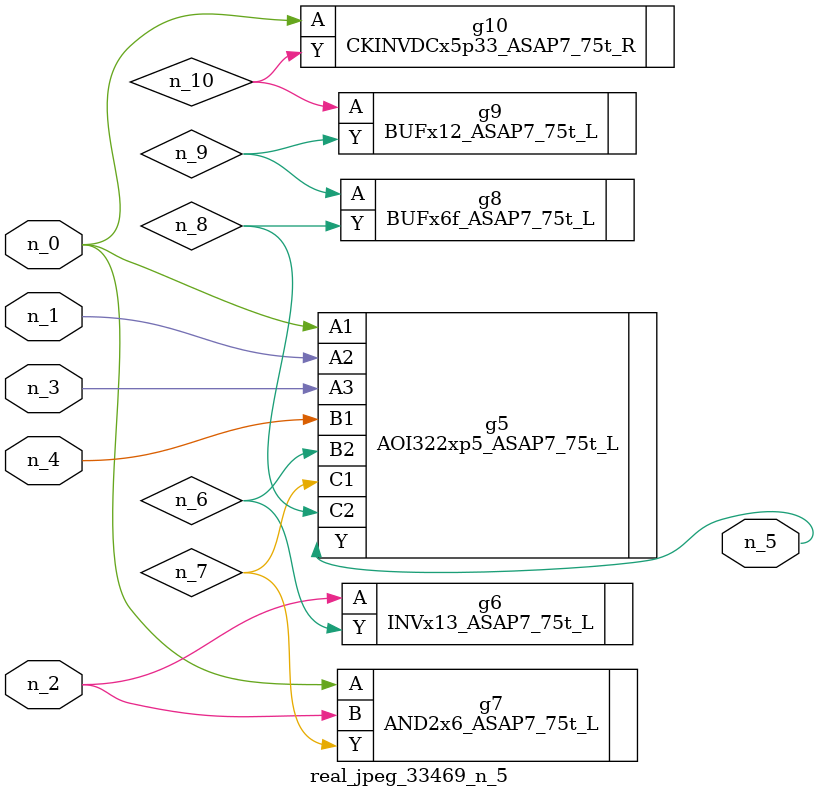
<source format=v>
module real_jpeg_33469_n_5 (n_4, n_0, n_1, n_2, n_3, n_5);

input n_4;
input n_0;
input n_1;
input n_2;
input n_3;

output n_5;

wire n_8;
wire n_6;
wire n_7;
wire n_10;
wire n_9;

AOI322xp5_ASAP7_75t_L g5 ( 
.A1(n_0),
.A2(n_1),
.A3(n_3),
.B1(n_4),
.B2(n_6),
.C1(n_7),
.C2(n_8),
.Y(n_5)
);

AND2x6_ASAP7_75t_L g7 ( 
.A(n_0),
.B(n_2),
.Y(n_7)
);

CKINVDCx5p33_ASAP7_75t_R g10 ( 
.A(n_0),
.Y(n_10)
);

INVx13_ASAP7_75t_L g6 ( 
.A(n_2),
.Y(n_6)
);

BUFx6f_ASAP7_75t_L g8 ( 
.A(n_9),
.Y(n_8)
);

BUFx12_ASAP7_75t_L g9 ( 
.A(n_10),
.Y(n_9)
);


endmodule
</source>
